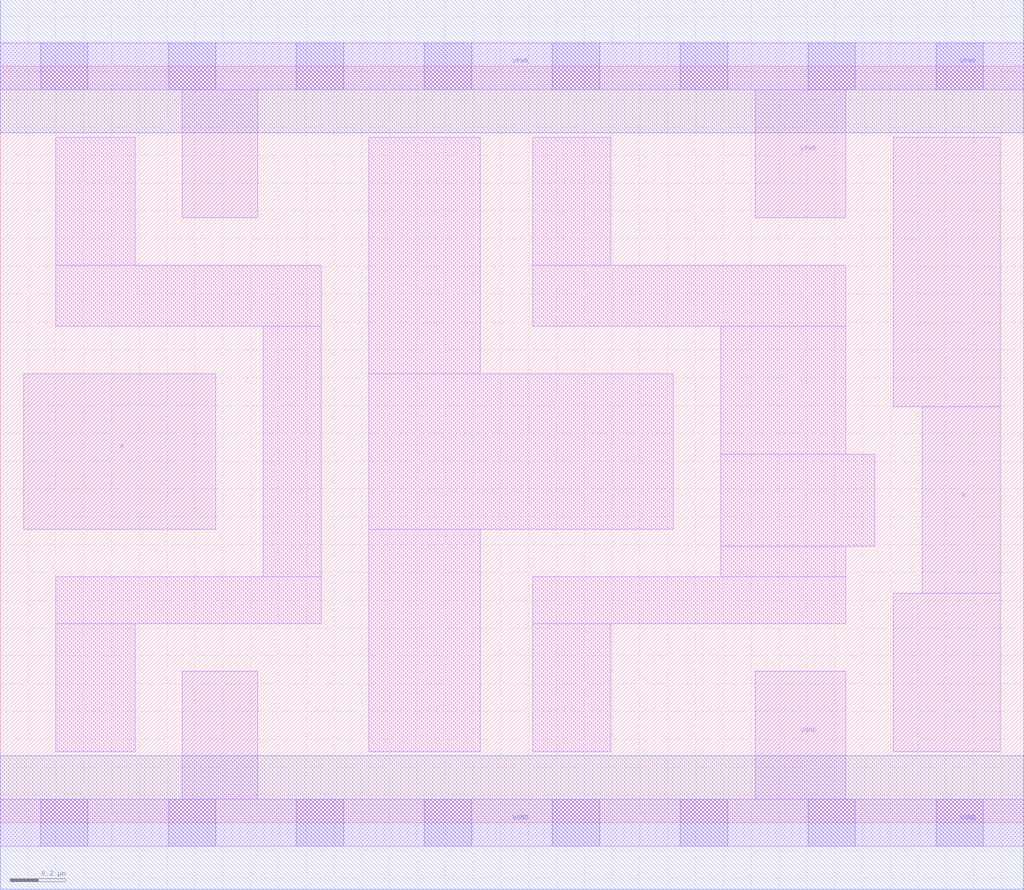
<source format=lef>
# Copyright 2020 The SkyWater PDK Authors
#
# Licensed under the Apache License, Version 2.0 (the "License");
# you may not use this file except in compliance with the License.
# You may obtain a copy of the License at
#
#     https://www.apache.org/licenses/LICENSE-2.0
#
# Unless required by applicable law or agreed to in writing, software
# distributed under the License is distributed on an "AS IS" BASIS,
# WITHOUT WARRANTIES OR CONDITIONS OF ANY KIND, either express or implied.
# See the License for the specific language governing permissions and
# limitations under the License.
#
# SPDX-License-Identifier: Apache-2.0

VERSION 5.7 ;
  NAMESCASESENSITIVE ON ;
  NOWIREEXTENSIONATPIN ON ;
  DIVIDERCHAR "/" ;
  BUSBITCHARS "[]" ;
UNITS
  DATABASE MICRONS 200 ;
END UNITS
MACRO sky130_fd_sc_hd__dlygate4sd3_1
  CLASS CORE ;
  SOURCE USER ;
  FOREIGN sky130_fd_sc_hd__dlygate4sd3_1 ;
  ORIGIN  0.000000  0.000000 ;
  SIZE  3.680000 BY  2.720000 ;
  SYMMETRY X Y R90 ;
  SITE unithd ;
  PIN A
    ANTENNAGATEAREA  0.126000 ;
    DIRECTION INPUT ;
    USE SIGNAL ;
    PORT
      LAYER li1 ;
        RECT 0.085000 1.055000 0.775000 1.615000 ;
    END
  END A
  PIN X
    ANTENNADIFFAREA  0.429000 ;
    DIRECTION OUTPUT ;
    USE SIGNAL ;
    PORT
      LAYER li1 ;
        RECT 3.210000 0.255000 3.595000 0.825000 ;
        RECT 3.210000 1.495000 3.595000 2.465000 ;
        RECT 3.315000 0.825000 3.595000 1.495000 ;
    END
  END X
  PIN VGND
    DIRECTION INOUT ;
    SHAPE ABUTMENT ;
    USE GROUND ;
    PORT
      LAYER li1 ;
        RECT 0.000000 -0.085000 3.680000 0.085000 ;
        RECT 0.655000  0.085000 0.925000 0.545000 ;
        RECT 2.715000  0.085000 3.040000 0.545000 ;
      LAYER mcon ;
        RECT 0.145000 -0.085000 0.315000 0.085000 ;
        RECT 0.605000 -0.085000 0.775000 0.085000 ;
        RECT 1.065000 -0.085000 1.235000 0.085000 ;
        RECT 1.525000 -0.085000 1.695000 0.085000 ;
        RECT 1.985000 -0.085000 2.155000 0.085000 ;
        RECT 2.445000 -0.085000 2.615000 0.085000 ;
        RECT 2.905000 -0.085000 3.075000 0.085000 ;
        RECT 3.365000 -0.085000 3.535000 0.085000 ;
      LAYER met1 ;
        RECT 0.000000 -0.240000 3.680000 0.240000 ;
    END
  END VGND
  PIN VPWR
    DIRECTION INOUT ;
    SHAPE ABUTMENT ;
    USE POWER ;
    PORT
      LAYER li1 ;
        RECT 0.000000 2.635000 3.680000 2.805000 ;
        RECT 0.655000 2.175000 0.925000 2.635000 ;
        RECT 2.715000 2.175000 3.040000 2.635000 ;
      LAYER mcon ;
        RECT 0.145000 2.635000 0.315000 2.805000 ;
        RECT 0.605000 2.635000 0.775000 2.805000 ;
        RECT 1.065000 2.635000 1.235000 2.805000 ;
        RECT 1.525000 2.635000 1.695000 2.805000 ;
        RECT 1.985000 2.635000 2.155000 2.805000 ;
        RECT 2.445000 2.635000 2.615000 2.805000 ;
        RECT 2.905000 2.635000 3.075000 2.805000 ;
        RECT 3.365000 2.635000 3.535000 2.805000 ;
      LAYER met1 ;
        RECT 0.000000 2.480000 3.680000 2.960000 ;
    END
  END VPWR
  OBS
    LAYER li1 ;
      RECT 0.200000 0.255000 0.485000 0.715000 ;
      RECT 0.200000 0.715000 1.155000 0.885000 ;
      RECT 0.200000 1.785000 1.155000 2.005000 ;
      RECT 0.200000 2.005000 0.485000 2.465000 ;
      RECT 0.945000 0.885000 1.155000 1.785000 ;
      RECT 1.325000 0.255000 1.725000 1.055000 ;
      RECT 1.325000 1.055000 2.420000 1.615000 ;
      RECT 1.325000 1.615000 1.725000 2.465000 ;
      RECT 1.915000 0.255000 2.195000 0.715000 ;
      RECT 1.915000 0.715000 3.040000 0.885000 ;
      RECT 1.915000 1.785000 3.040000 2.005000 ;
      RECT 1.915000 2.005000 2.195000 2.465000 ;
      RECT 2.590000 0.885000 3.040000 0.995000 ;
      RECT 2.590000 0.995000 3.145000 1.325000 ;
      RECT 2.590000 1.325000 3.040000 1.785000 ;
  END
END sky130_fd_sc_hd__dlygate4sd3_1
END LIBRARY

</source>
